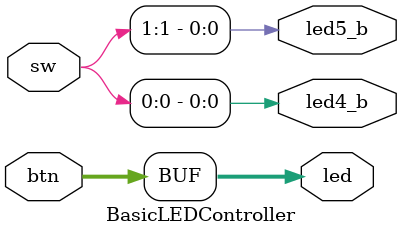
<source format=v>
`timescale 1ns / 1ps


module BasicLEDController(
    input [3:0] btn,
    input [1:0] sw,
    output [3:0] led,
    output led4_b,
    output led5_b
    );
    
    assign led = btn;
    assign led4_b = sw[0];
    assign led5_b = sw[1];
    
endmodule

</source>
